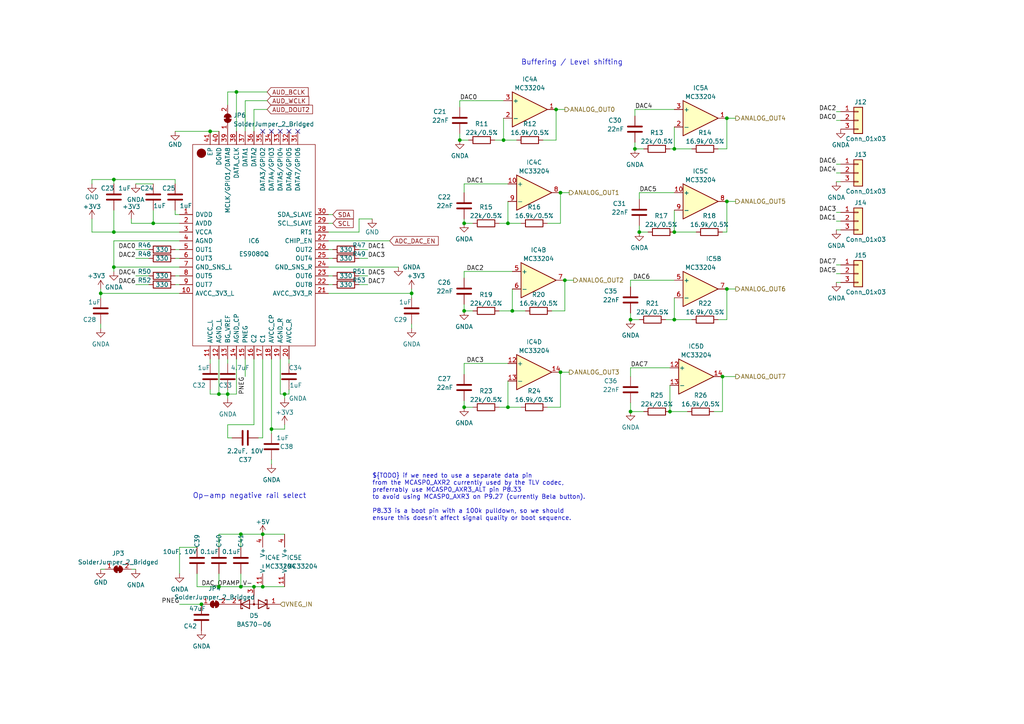
<source format=kicad_sch>
(kicad_sch (version 20211123) (generator eeschema)
  (paper "A4")
  (lib_symbols
    (symbol "Amplifier_Operational:TL074" (pin_names (offset 0.127))
      (property "Reference" "U" (at 0 5.08 0))
      (property "Value" "TL074" (at 0 -5.08 0))
      (symbol "TL074_1_1"
        (polyline (pts (xy -5.08 5.08) (xy 5.08 0) (xy -5.08 -5.08) (xy -5.08 5.08)) (stroke (width 0.254)) (fill (type background)))
        (pin output line (at 7.62 0 180) (length 2.54) (name "~") (number "1"))
        (pin input line (at -7.62 -2.54 0) (length 2.54) (name "-") (number "2"))
        (pin input line (at -7.62 2.54 0) (length 2.54) (name "+") (number "3"))
      )
      (symbol "TL074_2_1"
        (polyline (pts (xy -5.08 5.08) (xy 5.08 0) (xy -5.08 -5.08) (xy -5.08 5.08)) (stroke (width 0.254)) (fill (type background)))
        (pin input line (at -7.62 2.54 0) (length 2.54) (name "+") (number "5"))
        (pin input line (at -7.62 -2.54 0) (length 2.54) (name "-") (number "6"))
        (pin output line (at 7.62 0 180) (length 2.54) (name "~") (number "7"))
      )
      (symbol "TL074_3_1"
        (polyline (pts (xy -5.08 5.08) (xy 5.08 0) (xy -5.08 -5.08) (xy -5.08 5.08)) (stroke (width 0.254)) (fill (type background)))
        (pin input line (at -7.62 2.54 0) (length 2.54) (name "+") (number "10"))
        (pin output line (at 7.62 0 180) (length 2.54) (name "~") (number "8"))
        (pin input line (at -7.62 -2.54 0) (length 2.54) (name "-") (number "9"))
      )
      (symbol "TL074_4_1"
        (polyline (pts (xy -5.08 5.08) (xy 5.08 0) (xy -5.08 -5.08) (xy -5.08 5.08)) (stroke (width 0.254)) (fill (type background)))
        (pin input line (at -7.62 2.54 0) (length 2.54) (name "+") (number "12"))
        (pin input line (at -7.62 -2.54 0) (length 2.54) (name "-") (number "13"))
        (pin output line (at 7.62 0 180) (length 2.54) (name "~") (number "14"))
      )
      (symbol "TL074_5_1"
        (pin power_in line (at -2.54 -7.62 90) (length 3.81) (name "V-") (number "11"))
        (pin power_in line (at -2.54 7.62 270) (length 3.81) (name "V+") (number "4"))
      )
    )
    (symbol "Bela:ES9080Q" (pin_names (offset 0.762))
      (property "Reference" "IC1" (at 1.2441 3.4333 0))
      (property "Value" "ES9080Q" (at 1.2441 0.6582 0))
      (symbol "ES9080Q_0_0"
        (pin power_out line (at -21.59 10.16 0) (length 3.81) (name "DVDD") (number "1"))
        (pin power_in line (at -21.59 -12.7 0) (length 3.81) (name "AVCC_3V3_L") (number "10"))
        (pin power_out line (at -12.7 -31.75 90) (length 3.81) (name "AVCC_L") (number "11"))
        (pin passive line (at -10.16 -31.75 90) (length 3.81) (name "AGND_L") (number "12"))
        (pin output line (at -7.62 -31.75 90) (length 3.81) (name "BG_VREF") (number "13"))
        (pin passive line (at -5.08 -31.75 90) (length 3.81) (name "AGND_CP") (number "14"))
        (pin power_out line (at -2.54 -31.75 90) (length 3.81) (name "PNEG") (number "15"))
        (pin passive line (at 0 -31.75 90) (length 3.81) (name "C2") (number "16"))
        (pin passive line (at 2.54 -31.75 90) (length 3.81) (name "C1") (number "17"))
        (pin power_in line (at 5.08 -31.75 90) (length 3.81) (name "AVCC_CP") (number "18"))
        (pin power_out line (at 7.62 -31.75 90) (length 3.81) (name "AGND_R") (number "19"))
        (pin power_in line (at -21.59 7.62 0) (length 3.81) (name "AVDD") (number "2"))
        (pin power_out line (at 10.16 -31.75 90) (length 3.81) (name "AVCC_R") (number "20"))
        (pin power_in line (at 21.59 -12.7 180) (length 3.81) (name "AVCC_3V3_R") (number "21"))
        (pin output line (at 21.59 -10.16 180) (length 3.81) (name "OUT8") (number "22"))
        (pin output line (at 21.59 -7.62 180) (length 3.81) (name "OUT6") (number "23"))
        (pin input line (at 21.59 -5.08 180) (length 3.81) (name "GND_SNS_R") (number "24"))
        (pin output line (at 21.59 -2.54 180) (length 3.81) (name "OUT4") (number "25"))
        (pin output line (at 21.59 0 180) (length 3.81) (name "OUT2") (number "26"))
        (pin bidirectional line (at 21.59 2.54 180) (length 3.81) (name "CHIP_EN") (number "27"))
        (pin power_out line (at 21.59 5.08 180) (length 3.81) (name "RT1") (number "28"))
        (pin bidirectional line (at 21.59 7.62 180) (length 3.81) (name "SCL_SLAVE") (number "29"))
        (pin power_in line (at -21.59 5.08 0) (length 3.81) (name "VCCA") (number "3"))
        (pin bidirectional line (at 21.59 10.16 180) (length 3.81) (name "SDA_SLAVE") (number "30"))
        (pin bidirectional line (at 12.7 34.29 270) (length 3.81) (name "DATA7/GPIO6") (number "31"))
        (pin bidirectional line (at 10.16 34.29 270) (length 3.81) (name "DATA6/GPIO5") (number "32"))
        (pin bidirectional line (at 7.62 34.29 270) (length 3.81) (name "DATA5/GPIO4") (number "33"))
        (pin bidirectional line (at 5.08 34.29 270) (length 3.81) (name "DATA4/GPIO3") (number "34"))
        (pin bidirectional line (at 2.54 34.29 270) (length 3.81) (name "DATA3/GPIO2") (number "35"))
        (pin bidirectional line (at 0 34.29 270) (length 3.81) (name "DATA2") (number "36"))
        (pin bidirectional line (at -2.54 34.29 270) (length 3.81) (name "DATA1") (number "37"))
        (pin input line (at -5.08 34.29 270) (length 3.81) (name "DATA_CLK") (number "38"))
        (pin bidirectional line (at -7.62 34.29 270) (length 3.81) (name "MCLK/GPIO1/DATA8") (number "39"))
        (pin passive line (at -21.59 2.54 0) (length 3.81) (name "AGND") (number "4"))
        (pin passive line (at -10.16 34.29 270) (length 3.81) (name "DGND") (number "40"))
        (pin passive line (at -12.7 34.29 270) (length 3.81) (name "EP") (number "41"))
        (pin output line (at -21.59 0 0) (length 3.81) (name "OUT1") (number "5"))
        (pin output line (at -21.59 -2.54 0) (length 3.81) (name "OUT3") (number "6"))
        (pin input line (at -21.59 -5.08 0) (length 3.81) (name "GND_SNS_L") (number "7"))
        (pin output line (at -21.59 -7.62 0) (length 3.81) (name "OUT5") (number "8"))
        (pin output line (at -21.59 -10.16 0) (length 3.81) (name "OUT7") (number "9"))
      )
      (symbol "ES9080Q_0_1"
        (circle (center -15.24 27.94) (radius 1.27) (fill (type outline)))
        (polyline (pts (xy -17.78 30.48) (xy 17.78 30.48) (xy 17.78 -27.94) (xy -17.78 -27.94) (xy -17.78 30.48)) (stroke (width 0.1524)))
      )
    )
    (symbol "Connector_Generic:Conn_01x03" (pin_names (offset 1.016) hide)
      (property "Reference" "J" (at 0 5.08 0))
      (property "Value" "Conn_01x03" (at 0 -5.08 0))
      (symbol "Conn_01x03_1_1"
        (rectangle (start -1.27 -2.413) (end 0 -2.667) (stroke (width 0.1524)))
        (rectangle (start -1.27 0.127) (end 0 -0.127) (stroke (width 0.1524)))
        (rectangle (start -1.27 2.667) (end 0 2.413) (stroke (width 0.1524)))
        (rectangle (start -1.27 3.81) (end 1.27 -3.81) (stroke (width 0.254)) (fill (type background)))
        (pin passive line (at -5.08 2.54 0) (length 3.81) (name "Pin_1") (number "1"))
        (pin passive line (at -5.08 0 0) (length 3.81) (name "Pin_2") (number "2"))
        (pin passive line (at -5.08 -2.54 0) (length 3.81) (name "Pin_3") (number "3"))
      )
    )
    (symbol "Device:C" (pin_numbers hide) (pin_names (offset 0.254))
      (property "Reference" "C" (at 0.635 2.54 0))
      (property "Value" "C" (at 0.635 -2.54 0))
      (symbol "C_0_1"
        (polyline (pts (xy -2.032 -0.762) (xy 2.032 -0.762)) (stroke (width 0.508)))
        (polyline (pts (xy -2.032 0.762) (xy 2.032 0.762)) (stroke (width 0.508)))
      )
      (symbol "C_1_1"
        (pin passive line (at 0 3.81 270) (length 2.794) (name "~") (number "1"))
        (pin passive line (at 0 -3.81 90) (length 2.794) (name "~") (number "2"))
      )
    )
    (symbol "Device:D_Schottky_Dual_CommonAnode_KKA" (pin_names (offset 0.762) hide)
      (property "Reference" "D" (at 1.27 -2.54 0))
      (property "Value" "D_Schottky_Dual_CommonAnode_KKA" (at 0 2.54 0))
      (symbol "D_Schottky_Dual_CommonAnode_KKA_0_1"
        (polyline (pts (xy -3.556 0) (xy 3.81 0)))
        (polyline (pts (xy 0 0) (xy 0 -2.54)))
        (polyline (pts (xy -3.81 1.27) (xy -3.81 -1.27) (xy -3.81 -1.27)) (stroke (width 0.254)))
        (polyline (pts (xy 3.81 1.27) (xy 3.81 -1.27) (xy 3.81 -1.27)) (stroke (width 0.254)))
        (polyline (pts (xy -3.81 1.27) (xy -4.318 1.27) (xy -4.318 1.016) (xy -4.318 1.016)) (stroke (width 0.254)))
        (polyline (pts (xy 3.81 -1.27) (xy 4.318 -1.27) (xy 4.318 -1.016) (xy 4.318 -1.016)) (stroke (width 0.254)))
        (polyline (pts (xy 3.81 1.27) (xy 3.302 1.27) (xy 3.302 1.016) (xy 3.302 1.016)) (stroke (width 0.254)))
        (polyline (pts (xy -3.302 -1.016) (xy -3.302 -1.27) (xy -3.81 -1.27) (xy -3.81 -1.27) (xy -3.81 -1.27)) (stroke (width 0.254)))
        (polyline (pts (xy -1.27 -1.27) (xy -3.81 0) (xy -1.27 1.27) (xy -1.27 -1.27) (xy -1.27 -1.27) (xy -1.27 -1.27)) (stroke (width 0.254)))
        (polyline (pts (xy 1.27 1.27) (xy 3.81 0) (xy 1.27 -1.27) (xy 1.27 1.27) (xy 1.27 1.27) (xy 1.27 1.27)) (stroke (width 0.254)))
        (circle (center 0 0) (radius 0.254) (fill (type outline)))
        (pin passive line (at -7.62 0 0) (length 3.81) (name "K") (number "1"))
        (pin passive line (at 7.62 0 180) (length 3.81) (name "K") (number "2"))
        (pin passive line (at 0 -5.08 90) (length 2.54) (name "A") (number "3"))
      )
    )
    (symbol "Device:R" (pin_numbers hide) (pin_names (offset 0))
      (property "Reference" "R" (at 2.032 0 90))
      (property "Value" "R" (at 0 0 90))
      (symbol "R_0_1"
        (rectangle (start -1.016 -2.54) (end 1.016 2.54) (stroke (width 0.254)))
      )
      (symbol "R_1_1"
        (pin passive line (at 0 3.81 270) (length 1.27) (name "~") (number "1"))
        (pin passive line (at 0 -3.81 90) (length 1.27) (name "~") (number "2"))
      )
    )
    (symbol "Jumper:SolderJumper_2_Bridged" (pin_names (offset 0) hide)
      (property "Reference" "JP" (at 0 2.032 0))
      (property "Value" "SolderJumper_2_Bridged" (at 0 -2.54 0))
      (symbol "SolderJumper_2_Bridged_0_1"
        (rectangle (start -0.508 0.508) (end 0.508 -0.508) (fill (type outline)))
        (arc (start -0.254 1.016) (mid -1.27 0) (end -0.254 -1.016))
        (arc (start -0.254 1.016) (mid -1.27 0) (end -0.254 -1.016) (fill (type outline)))
        (polyline (pts (xy -0.254 1.016) (xy -0.254 -1.016)))
        (polyline (pts (xy 0.254 1.016) (xy 0.254 -1.016)))
        (arc (start 0.254 -1.016) (mid 1.27 0) (end 0.254 1.016))
        (arc (start 0.254 -1.016) (mid 1.27 0) (end 0.254 1.016) (fill (type outline)))
      )
      (symbol "SolderJumper_2_Bridged_1_1"
        (pin passive line (at -3.81 0 0) (length 2.54) (name "A") (number "1"))
        (pin passive line (at 3.81 0 180) (length 2.54) (name "B") (number "2"))
      )
    )
    (symbol "power:+3V3" (power) (pin_names (offset 0))
      (property "Value" "+3V3" (at 0 3.556 0))
      (symbol "+3V3_0_1"
        (polyline (pts (xy -0.762 1.27) (xy 0 2.54)))
        (polyline (pts (xy 0 0) (xy 0 2.54)))
        (polyline (pts (xy 0 2.54) (xy 0.762 1.27)))
      )
      (symbol "+3V3_1_1"
        (pin power_in line (at 0 0 90) (length 0) hide (name "+3V3") (number "1"))
      )
    )
    (symbol "power:+5V" (power) (pin_names (offset 0))
      (property "Value" "+5V" (at 0 3.556 0))
      (symbol "+5V_0_1"
        (polyline (pts (xy -0.762 1.27) (xy 0 2.54)))
        (polyline (pts (xy 0 0) (xy 0 2.54)))
        (polyline (pts (xy 0 2.54) (xy 0.762 1.27)))
      )
      (symbol "+5V_1_1"
        (pin power_in line (at 0 0 90) (length 0) hide (name "+5V") (number "1"))
      )
    )
    (symbol "power:GND" (power) (pin_names (offset 0))
      (property "Value" "GND" (at 0 -3.81 0))
      (symbol "GND_0_1"
        (polyline (pts (xy 0 0) (xy 0 -1.27) (xy 1.27 -1.27) (xy 0 -2.54) (xy -1.27 -1.27) (xy 0 -1.27)))
      )
      (symbol "GND_1_1"
        (pin power_in line (at 0 0 270) (length 0) hide (name "GND") (number "1"))
      )
    )
    (symbol "power:GNDA" (power) (pin_names (offset 0))
      (property "Value" "GNDA" (at 0 -3.81 0))
      (symbol "GNDA_0_1"
        (polyline (pts (xy 0 0) (xy 0 -1.27) (xy 1.27 -1.27) (xy 0 -2.54) (xy -1.27 -1.27) (xy 0 -1.27)))
      )
      (symbol "GNDA_1_1"
        (pin power_in line (at 0 0 270) (length 0) hide (name "GNDA") (number "1"))
      )
    )
  )
  (junction (at 194.31 119.38))
  (junction (at 66.04 114.3))
  (junction (at 162.56 55.88))
  (junction (at 195.58 67.31))
  (junction (at 134.62 64.77))
  (junction (at 134.62 90.17))
  (junction (at 63.5 114.3))
  (junction (at 69.85 170.18))
  (junction (at 33.02 67.31))
  (junction (at 146.05 40.64))
  (junction (at 161.29 31.75))
  (junction (at 82.55 114.3))
  (junction (at 195.58 92.71))
  (junction (at 147.32 64.77))
  (junction (at 182.88 92.71))
  (junction (at 63.5 170.18))
  (junction (at 184.15 43.18))
  (junction (at 68.58 26.67))
  (junction (at 195.58 43.18))
  (junction (at 58.42 175.26))
  (junction (at 33.02 52.07))
  (junction (at 44.45 64.77))
  (junction (at 76.2 170.18))
  (junction (at 29.21 85.09))
  (junction (at 69.85 154.94))
  (junction (at 210.82 83.82))
  (junction (at 209.55 109.22))
  (junction (at 210.82 34.29))
  (junction (at 148.59 90.17))
  (junction (at 76.2 154.94))
  (junction (at 60.96 38.1))
  (junction (at 182.88 119.38))
  (junction (at 134.62 118.11))
  (junction (at 185.42 67.31))
  (junction (at 78.74 124.46))
  (junction (at 162.56 107.95))
  (junction (at 163.83 81.28))
  (junction (at 73.66 170.18))
  (junction (at 147.32 118.11))
  (junction (at 119.38 85.09))
  (junction (at 33.02 77.47))
  (junction (at 133.35 40.64))
  (junction (at 210.82 58.42))
  (no_connect (at 78.74 38.1))
  (no_connect (at 86.36 38.1))
  (no_connect (at 81.28 38.1))
  (no_connect (at 83.82 38.1))
  (no_connect (at 76.2 38.1))
  (wire (pts (xy 66.04 26.67) (xy 66.04 30.48)))
  (wire (pts (xy 242.57 79.375) (xy 243.84 79.375)))
  (wire (pts (xy 83.82 114.3) (xy 83.82 113.03)))
  (wire (pts (xy 95.25 72.39) (xy 96.52 72.39)))
  (wire (pts (xy 208.28 43.18) (xy 210.82 43.18)))
  (wire (pts (xy 69.85 154.94) (xy 69.85 158.75)))
  (wire (pts (xy 69.85 154.94) (xy 63.5 154.94)))
  (wire (pts (xy 78.74 124.46) (xy 78.74 125.73)))
  (wire (pts (xy 195.58 60.96) (xy 195.58 67.31)))
  (wire (pts (xy 134.62 53.34) (xy 134.62 55.88)))
  (wire (pts (xy 33.02 60.96) (xy 33.02 67.31)))
  (wire (pts (xy 82.55 114.3) (xy 83.82 114.3)))
  (wire (pts (xy 39.37 53.34) (xy 44.45 53.34)))
  (wire (pts (xy 104.14 67.31) (xy 104.14 63.5)))
  (wire (pts (xy 134.62 78.74) (xy 148.59 78.74)))
  (wire (pts (xy 133.35 38.735) (xy 133.35 40.64)))
  (wire (pts (xy 134.62 63.5) (xy 134.62 64.77)))
  (wire (pts (xy 77.47 26.67) (xy 68.58 26.67)))
  (wire (pts (xy 242.57 32.385) (xy 243.84 32.385)))
  (wire (pts (xy 63.5 104.14) (xy 63.5 114.3)))
  (wire (pts (xy 73.66 104.14) (xy 73.66 123.19)))
  (wire (pts (xy 57.15 170.18) (xy 57.15 166.37)))
  (wire (pts (xy 63.5 154.94) (xy 63.5 158.75)))
  (wire (pts (xy 63.5 170.18) (xy 57.15 170.18)))
  (wire (pts (xy 50.8 38.1) (xy 60.96 38.1)))
  (wire (pts (xy 119.38 93.98) (xy 119.38 95.25)))
  (wire (pts (xy 242.57 61.595) (xy 243.84 61.595)))
  (wire (pts (xy 148.59 83.82) (xy 148.59 90.17)))
  (wire (pts (xy 242.57 64.135) (xy 243.84 64.135)))
  (wire (pts (xy 69.85 170.18) (xy 69.85 166.37)))
  (wire (pts (xy 158.75 118.11) (xy 162.56 118.11)))
  (wire (pts (xy 134.62 116.205) (xy 134.62 118.11)))
  (wire (pts (xy 242.57 76.835) (xy 243.84 76.835)))
  (wire (pts (xy 119.38 83.82) (xy 119.38 85.09)))
  (wire (pts (xy 185.42 55.88) (xy 185.42 57.785)))
  (wire (pts (xy 81.28 114.3) (xy 82.55 114.3)))
  (wire (pts (xy 242.57 34.925) (xy 243.84 34.925)))
  (wire (pts (xy 73.66 123.19) (xy 66.04 123.19)))
  (wire (pts (xy 68.58 26.67) (xy 68.58 38.1)))
  (wire (pts (xy 95.25 85.09) (xy 119.38 85.09)))
  (wire (pts (xy 33.02 67.31) (xy 52.07 67.31)))
  (wire (pts (xy 209.55 109.22) (xy 213.36 109.22)))
  (wire (pts (xy 134.62 90.17) (xy 137.16 90.17)))
  (wire (pts (xy 38.1 64.77) (xy 44.45 64.77)))
  (wire (pts (xy 185.42 67.31) (xy 187.96 67.31)))
  (wire (pts (xy 208.28 92.71) (xy 210.82 92.71)))
  (wire (pts (xy 29.21 83.82) (xy 29.21 85.09)))
  (wire (pts (xy 63.5 170.18) (xy 63.5 166.37)))
  (wire (pts (xy 26.67 67.31) (xy 33.02 67.31)))
  (wire (pts (xy 71.12 104.14) (xy 71.12 109.22)))
  (wire (pts (xy 69.85 170.18) (xy 63.5 170.18)))
  (wire (pts (xy 184.15 43.18) (xy 186.69 43.18)))
  (wire (pts (xy 52.07 175.26) (xy 58.42 175.26)))
  (wire (pts (xy 78.74 134.62) (xy 78.74 133.35)))
  (wire (pts (xy 50.8 82.55) (xy 52.07 82.55)))
  (wire (pts (xy 66.04 114.3) (xy 66.04 113.03)))
  (wire (pts (xy 76.2 154.94) (xy 82.55 154.94)))
  (wire (pts (xy 83.82 105.41) (xy 83.82 104.14)))
  (wire (pts (xy 26.67 53.34) (xy 26.67 52.07)))
  (wire (pts (xy 146.05 34.29) (xy 146.05 40.64)))
  (wire (pts (xy 66.04 105.41) (xy 66.04 104.14)))
  (wire (pts (xy 134.62 118.11) (xy 137.16 118.11)))
  (wire (pts (xy 76.2 170.18) (xy 82.55 170.18)))
  (wire (pts (xy 104.14 63.5) (xy 107.95 63.5)))
  (wire (pts (xy 182.88 116.84) (xy 182.88 119.38)))
  (wire (pts (xy 134.62 78.74) (xy 134.62 80.645)))
  (wire (pts (xy 194.31 43.18) (xy 195.58 43.18)))
  (wire (pts (xy 39.37 74.93) (xy 43.18 74.93)))
  (wire (pts (xy 95.25 82.55) (xy 96.52 82.55)))
  (wire (pts (xy 77.47 31.75) (xy 73.66 31.75)))
  (wire (pts (xy 81.28 104.14) (xy 81.28 114.3)))
  (wire (pts (xy 210.82 58.42) (xy 213.36 58.42)))
  (wire (pts (xy 134.62 105.41) (xy 147.32 105.41)))
  (wire (pts (xy 63.5 114.3) (xy 60.96 114.3)))
  (wire (pts (xy 134.62 64.77) (xy 137.16 64.77)))
  (wire (pts (xy 162.56 107.95) (xy 165.1 107.95)))
  (wire (pts (xy 66.04 114.3) (xy 68.58 114.3)))
  (wire (pts (xy 77.47 29.21) (xy 71.12 29.21)))
  (wire (pts (xy 194.31 111.76) (xy 194.31 119.38)))
  (wire (pts (xy 147.32 118.11) (xy 151.13 118.11)))
  (wire (pts (xy 60.96 38.1) (xy 63.5 38.1)))
  (wire (pts (xy 33.02 52.07) (xy 50.8 52.07)))
  (wire (pts (xy 50.8 72.39) (xy 52.07 72.39)))
  (wire (pts (xy 185.42 65.405) (xy 185.42 67.31)))
  (wire (pts (xy 68.58 104.14) (xy 68.58 114.3)))
  (wire (pts (xy 29.21 93.98) (xy 29.21 95.25)))
  (wire (pts (xy 163.83 90.17) (xy 163.83 81.28)))
  (wire (pts (xy 133.35 29.21) (xy 146.05 29.21)))
  (wire (pts (xy 242.57 81.915) (xy 243.84 81.915)))
  (wire (pts (xy 162.56 118.11) (xy 162.56 107.95)))
  (wire (pts (xy 195.58 67.31) (xy 201.93 67.31)))
  (wire (pts (xy 157.48 40.64) (xy 161.29 40.64)))
  (wire (pts (xy 95.25 69.85) (xy 113.03 69.85)))
  (wire (pts (xy 73.66 31.75) (xy 73.66 38.1)))
  (wire (pts (xy 144.78 90.17) (xy 148.59 90.17)))
  (wire (pts (xy 210.82 67.31) (xy 210.82 58.42)))
  (wire (pts (xy 76.2 104.14) (xy 76.2 127)))
  (wire (pts (xy 194.31 119.38) (xy 199.39 119.38)))
  (wire (pts (xy 146.05 40.64) (xy 149.86 40.64)))
  (wire (pts (xy 50.8 62.23) (xy 52.07 62.23)))
  (wire (pts (xy 182.88 106.68) (xy 194.31 106.68)))
  (wire (pts (xy 143.51 40.64) (xy 146.05 40.64)))
  (wire (pts (xy 148.59 90.17) (xy 152.4 90.17)))
  (wire (pts (xy 39.37 80.01) (xy 43.18 80.01)))
  (wire (pts (xy 38.1 63.5) (xy 38.1 64.77)))
  (wire (pts (xy 29.21 86.36) (xy 29.21 85.09)))
  (wire (pts (xy 195.58 86.36) (xy 195.58 92.71)))
  (wire (pts (xy 182.88 81.28) (xy 182.88 83.185)))
  (wire (pts (xy 66.04 123.19) (xy 66.04 127)))
  (wire (pts (xy 78.74 124.46) (xy 82.55 124.46)))
  (wire (pts (xy 242.57 47.625) (xy 243.84 47.625)))
  (wire (pts (xy 161.29 31.75) (xy 163.83 31.75)))
  (wire (pts (xy 95.25 77.47) (xy 115.57 77.47)))
  (wire (pts (xy 134.62 53.34) (xy 147.32 53.34)))
  (wire (pts (xy 133.35 40.64) (xy 135.89 40.64)))
  (wire (pts (xy 82.55 115.57) (xy 82.55 114.3)))
  (wire (pts (xy 184.15 41.275) (xy 184.15 43.18)))
  (wire (pts (xy 182.88 92.71) (xy 185.42 92.71)))
  (wire (pts (xy 185.42 55.88) (xy 195.58 55.88)))
  (wire (pts (xy 50.8 60.96) (xy 50.8 62.23)))
  (wire (pts (xy 184.15 31.75) (xy 184.15 33.655)))
  (wire (pts (xy 144.78 118.11) (xy 147.32 118.11)))
  (wire (pts (xy 57.15 158.75) (xy 52.07 158.75)))
  (wire (pts (xy 50.8 80.01) (xy 52.07 80.01)))
  (wire (pts (xy 210.82 43.18) (xy 210.82 34.29)))
  (wire (pts (xy 71.12 29.21) (xy 71.12 38.1)))
  (wire (pts (xy 210.82 92.71) (xy 210.82 83.82)))
  (wire (pts (xy 82.55 123.19) (xy 82.55 124.46)))
  (wire (pts (xy 95.25 67.31) (xy 104.14 67.31)))
  (wire (pts (xy 133.35 29.21) (xy 133.35 31.115)))
  (wire (pts (xy 147.32 64.77) (xy 151.13 64.77)))
  (wire (pts (xy 33.02 77.47) (xy 33.02 78.74)))
  (wire (pts (xy 242.57 52.705) (xy 243.84 52.705)))
  (wire (pts (xy 162.56 64.77) (xy 162.56 55.88)))
  (wire (pts (xy 161.29 40.64) (xy 161.29 31.75)))
  (wire (pts (xy 195.58 36.83) (xy 195.58 43.18)))
  (wire (pts (xy 95.25 62.23) (xy 96.52 62.23)))
  (wire (pts (xy 182.88 119.38) (xy 186.69 119.38)))
  (wire (pts (xy 242.57 50.165) (xy 243.84 50.165)))
  (wire (pts (xy 163.83 81.28) (xy 166.37 81.28)))
  (wire (pts (xy 144.78 64.77) (xy 147.32 64.77)))
  (wire (pts (xy 52.07 158.75) (xy 52.07 166.37)))
  (wire (pts (xy 207.01 119.38) (xy 209.55 119.38)))
  (wire (pts (xy 44.45 64.77) (xy 52.07 64.77)))
  (wire (pts (xy 158.75 64.77) (xy 162.56 64.77)))
  (wire (pts (xy 209.55 119.38) (xy 209.55 109.22)))
  (wire (pts (xy 95.25 74.93) (xy 96.52 74.93)))
  (wire (pts (xy 195.58 43.18) (xy 200.66 43.18)))
  (wire (pts (xy 33.02 52.07) (xy 33.02 53.34)))
  (wire (pts (xy 33.02 69.85) (xy 52.07 69.85)))
  (wire (pts (xy 182.88 81.28) (xy 195.58 81.28)))
  (wire (pts (xy 78.74 104.14) (xy 78.74 124.46)))
  (wire (pts (xy 104.14 72.39) (xy 106.68 72.39)))
  (wire (pts (xy 210.82 34.29) (xy 213.36 34.29)))
  (wire (pts (xy 33.02 69.85) (xy 33.02 77.47)))
  (wire (pts (xy 182.88 106.68) (xy 182.88 109.22)))
  (wire (pts (xy 134.62 88.265) (xy 134.62 90.17)))
  (wire (pts (xy 104.14 82.55) (xy 106.68 82.55)))
  (wire (pts (xy 119.38 86.36) (xy 119.38 85.09)))
  (wire (pts (xy 26.67 63.5) (xy 26.67 67.31)))
  (wire (pts (xy 147.32 110.49) (xy 147.32 118.11)))
  (wire (pts (xy 193.04 92.71) (xy 195.58 92.71)))
  (wire (pts (xy 73.66 170.18) (xy 69.85 170.18)))
  (wire (pts (xy 29.21 165.1) (xy 30.48 165.1)))
  (wire (pts (xy 104.14 80.01) (xy 106.68 80.01)))
  (wire (pts (xy 95.25 64.77) (xy 96.52 64.77)))
  (wire (pts (xy 66.04 115.57) (xy 66.04 114.3)))
  (wire (pts (xy 66.04 127) (xy 67.31 127)))
  (wire (pts (xy 60.96 114.3) (xy 60.96 113.03)))
  (wire (pts (xy 134.62 105.41) (xy 134.62 108.585)))
  (wire (pts (xy 33.02 77.47) (xy 52.07 77.47)))
  (wire (pts (xy 182.88 90.805) (xy 182.88 92.71)))
  (wire (pts (xy 184.15 31.75) (xy 195.58 31.75)))
  (wire (pts (xy 50.8 74.93) (xy 52.07 74.93)))
  (wire (pts (xy 209.55 67.31) (xy 210.82 67.31)))
  (wire (pts (xy 29.21 85.09) (xy 52.07 85.09)))
  (wire (pts (xy 68.58 26.67) (xy 66.04 26.67)))
  (wire (pts (xy 26.67 52.07) (xy 33.02 52.07)))
  (wire (pts (xy 76.2 127) (xy 74.93 127)))
  (wire (pts (xy 39.37 72.39) (xy 43.18 72.39)))
  (wire (pts (xy 50.8 52.07) (xy 50.8 53.34)))
  (wire (pts (xy 76.2 170.18) (xy 73.66 170.18)))
  (wire (pts (xy 63.5 114.3) (xy 66.04 114.3)))
  (wire (pts (xy 104.14 74.93) (xy 106.68 74.93)))
  (wire (pts (xy 95.25 80.01) (xy 96.52 80.01)))
  (wire (pts (xy 210.82 83.82) (xy 213.36 83.82)))
  (wire (pts (xy 76.2 154.94) (xy 69.85 154.94)))
  (wire (pts (xy 242.57 66.675) (xy 243.84 66.675)))
  (wire (pts (xy 60.96 105.41) (xy 60.96 104.14)))
  (wire (pts (xy 195.58 92.71) (xy 200.66 92.71)))
  (wire (pts (xy 162.56 55.88) (xy 165.1 55.88)))
  (wire (pts (xy 44.45 60.96) (xy 44.45 64.77)))
  (wire (pts (xy 39.37 82.55) (xy 43.18 82.55)))
  (wire (pts (xy 160.02 90.17) (xy 163.83 90.17)))
  (wire (pts (xy 39.37 165.1) (xy 38.1 165.1)))
  (wire (pts (xy 147.32 58.42) (xy 147.32 64.77)))
  (text "Buffering / Level shifting" (at 151.13 19.05 0) (effects (font (size 1.5 1.5)) (justify left bottom)))
  (text "${TODO} if we need to use a separate data pin\nfrom the MCASP0_AXR2 currently used by the TLV codec, \npreferrably use MCASP0_AXR3_ALT pin P8.33\nto avoid using MCASP0_AXR3 on P9.27 (currently Bela button).\n\nP8.33 is a boot pin with a 100k pulldown, so we should\nensure this doesn't affect signal quality or boot sequence." (at 107.95 151.13 0) (effects (font (size 1.27 1.27)) (justify left bottom)))
  (text "Op-amp negative rail select" (at 55.88 144.78 0) (effects (font (size 1.5 1.5)) (justify left bottom)))
  (label "DAC4" (at 39.37 80.01 180))
  (label "DAC2" (at 242.57 32.385 180))
  (label "DAC1" (at 242.57 64.135 180))
  (label "DAC_OPAMP_V-" (at 58.42 170.18 0))
  (label "DAC0" (at 39.37 72.39 180))
  (label "DAC5" (at 190.5 55.88 180))
  (label "DAC3" (at 106.68 74.93 0))
  (label "DAC0" (at 138.43 29.21 180))
  (label "DAC3" (at 140.335 105.41 180))
  (label "DAC7" (at 187.96 106.68 180))
  (label "DAC6" (at 188.595 81.28 180))
  (label "DAC6" (at 242.57 47.625 180))
  (label "DAC7" (at 242.57 76.835 180))
  (label "DAC2" (at 140.335 78.74 180))
  (label "DAC2" (at 39.37 74.93 180))
  (label "DAC4" (at 189.23 31.75 180))
  (label "DAC1" (at 106.68 72.39 0))
  (label "PNEG" (at 52.07 175.26 180))
  (label "DAC7" (at 106.68 82.55 0))
  (label "DAC5" (at 242.57 79.375 180))
  (label "PNEG" (at 71.12 109.22 270))
  (label "DAC0" (at 242.57 34.925 180))
  (label "DAC4" (at 242.57 50.165 180))
  (label "DAC6" (at 39.37 82.55 180))
  (label "DAC3" (at 242.57 61.595 180))
  (label "DAC1" (at 140.335 53.34 180))
  (label "DAC5" (at 106.68 80.01 0))
  (global_label "AUD_BCLK" (shape input) (at 77.47 26.67 0) (property "Intersheet References" "${INTERSHEET_REFS}" (effects hide)))
  (global_label "ADC_DAC_EN" (shape input) (at 113.03 69.85 0) (property "Intersheet References" "${INTERSHEET_REFS}" (effects hide)))
  (global_label "SCL" (shape input) (at 96.52 64.77 0) (property "Intersheet References" "${INTERSHEET_REFS}" (effects hide)))
  (global_label "AUD_DOUT2" (shape input) (at 77.47 31.75 0) (property "Intersheet References" "${INTERSHEET_REFS}" (effects hide)))
  (global_label "AUD_WCLK" (shape input) (at 77.47 29.21 0) (property "Intersheet References" "${INTERSHEET_REFS}" (effects hide)))
  (global_label "SDA" (shape input) (at 96.52 62.23 0) (property "Intersheet References" "${INTERSHEET_REFS}" (effects hide)))
  (hierarchical_label "ANALOG_OUT2" (shape output) (at 166.37 81.28 0))
  (hierarchical_label "ANALOG_OUT4" (shape output) (at 213.36 34.29 0))
  (hierarchical_label "ANALOG_OUT0" (shape output) (at 163.83 31.75 0))
  (hierarchical_label "ANALOG_OUT7" (shape output) (at 213.36 109.22 0))
  (hierarchical_label "ANALOG_OUT3" (shape output) (at 165.1 107.95 0))
  (hierarchical_label "ANALOG_OUT5" (shape output) (at 213.36 58.42 0))
  (hierarchical_label "ANALOG_OUT1" (shape output) (at 165.1 55.88 0))
  (hierarchical_label "ANALOG_OUT6" (shape output) (at 213.36 83.82 0))
  (hierarchical_label "VNEG_IN" (shape input) (at 81.28 175.26 0))
  (symbol (lib_id "Connector_Generic:Conn_01x03") (at 248.92 79.375 0) (unit 1)
    (property "Reference" "J15" (at 247.777 74.041 0) (effects (justify left)))
    (property "Value" "Conn_01x03" (at 245.237 84.709 0) (effects (justify left)))
    (property "Footprint" "Connector_PinHeader_2.54mm:PinHeader_1x03_P2.54mm_Vertical" (effects hide))
  )
  (symbol (lib_id "power:GNDA") (at 39.37 165.1 0) (unit 1)
    (property "Reference" "#PWR060" (effects hide))
    (property "Value" "GNDA" (at 39.37 169.6625 0))
  )
  (symbol (lib_id "power:GNDA") (at 185.42 67.31 0) (unit 1)
    (property "Reference" "#PWR042" (effects hide))
    (property "Value" "GNDA" (at 185.42 71.8725 0))
  )
  (symbol (lib_id "power:+3V3") (at 119.38 83.82 0) (unit 1)
    (property "Reference" "#PWR047" (effects hide))
    (property "Value" "+3V3" (at 120.65 80.01 0))
  )
  (symbol (lib_id "power:GNDA") (at 134.62 90.17 0) (unit 1)
    (property "Reference" "#PWR048" (effects hide))
    (property "Value" "GNDA" (at 134.62 94.7325 0))
  )
  (symbol (lib_id "Device:C") (at 134.62 84.455 180) (unit 1)
    (property "Reference" "C26" (at 130.81 81.915 0) (effects (justify left)))
    (property "Value" "22nF" (at 131.445 84.455 0) (effects (justify left)))
    (property "Footprint" "Capacitor_SMD:C_0603_1608Metric" (effects hide))
    (property "manf#" "CL10A105KP8NNND" (effects hide))
  )
  (symbol (lib_id "power:GNDA") (at 119.38 95.25 0) (unit 1)
    (property "Reference" "#PWR051" (effects hide))
    (property "Value" "GNDA" (at 119.38 99.8125 0))
  )
  (symbol (lib_id "power:GNDA") (at 78.74 134.62 0) (unit 1)
    (property "Reference" "#PWR057" (effects hide))
    (property "Value" "GNDA" (at 78.74 139.1825 0))
  )
  (symbol (lib_id "Device:C") (at 119.38 90.17 180) (unit 1)
    (property "Reference" "C29" (at 118.11 92.71 0) (effects (justify left)))
    (property "Value" "1uF" (at 119.38 87.63 0) (effects (justify left)))
    (property "Footprint" "Capacitor_SMD:C_0603_1608Metric" (effects hide))
    (property "manf#" "CL10A105KP8NNND" (effects hide))
  )
  (symbol (lib_id "Amplifier_Operational:TL074") (at 203.2 34.29 0) (unit 1)
    (property "Reference" "IC5" (at 203.2 25.5102 0))
    (property "Value" "MC33204" (at 203.2 28.0471 0))
    (property "Footprint" "Package_SO:TSSOP-14_4.4x5mm_P0.65mm" (effects hide))
    (property "Datasheet" "http://www.ti.com/lit/ds/symlink/tl071.pdf" (effects hide))
  )
  (symbol (lib_id "power:GNDA") (at 39.37 53.34 0) (unit 1)
    (property "Reference" "#PWR037" (effects hide))
    (property "Value" "GNDA" (at 39.37 57.9025 0))
  )
  (symbol (lib_id "power:GNDA") (at 66.04 115.57 0) (unit 1)
    (property "Reference" "#PWR052" (effects hide))
    (property "Value" "GNDA" (at 66.04 120.1325 0))
  )
  (symbol (lib_id "Amplifier_Operational:TL074") (at 154.94 107.95 0) (unit 4)
    (property "Reference" "IC4" (at 154.94 99.1702 0))
    (property "Value" "MC33204" (at 154.94 101.7071 0))
    (property "Footprint" "Package_SO:TSSOP-14_4.4x5mm_P0.65mm" (effects hide))
    (property "Datasheet" "http://www.ti.com/lit/ds/symlink/tl071.pdf" (effects hide))
  )
  (symbol (lib_id "power:GNDA") (at 242.57 66.675 0) (unit 1)
    (property "Reference" "#PWR041" (effects hide))
    (property "Value" "GNDA" (at 242.57 71.2375 0))
  )
  (symbol (lib_id "Device:C") (at 134.62 112.395 180) (unit 1)
    (property "Reference" "C27" (at 130.81 109.855 0) (effects (justify left)))
    (property "Value" "22nF" (at 131.445 112.395 0) (effects (justify left)))
    (property "Footprint" "Capacitor_SMD:C_0603_1608Metric" (effects hide))
    (property "manf#" "CL10A105KP8NNND" (effects hide))
  )
  (symbol (lib_id "Device:C") (at 29.21 90.17 180) (unit 1)
    (property "Reference" "C28" (at 27.94 92.71 0) (effects (justify left)))
    (property "Value" "1uF" (at 29.21 87.63 0) (effects (justify left)))
    (property "Footprint" "Capacitor_SMD:C_0603_1608Metric" (effects hide))
    (property "manf#" "CL10A105KP8NNND" (effects hide))
  )
  (symbol (lib_id "power:GNDA") (at 133.35 40.64 0) (unit 1)
    (property "Reference" "#PWR033" (effects hide))
    (property "Value" "GNDA" (at 133.35 45.2025 0))
  )
  (symbol (lib_id "Device:R") (at 140.97 90.17 90) (unit 1)
    (property "Reference" "R19" (at 140.97 85.4542 90))
    (property "Value" "22k/0.5%" (at 140.97 87.9911 90))
    (property "Footprint" "Resistor_SMD:R_0603_1608Metric" (effects hide))
  )
  (symbol (lib_id "Device:C") (at 182.88 113.03 180) (unit 1)
    (property "Reference" "C36" (at 179.07 110.49 0) (effects (justify left)))
    (property "Value" "22nF" (at 179.705 113.03 0) (effects (justify left)))
    (property "Footprint" "Capacitor_SMD:C_0603_1608Metric" (effects hide))
    (property "manf#" "CL10A105KP8NNND" (effects hide))
  )
  (symbol (lib_id "power:GND") (at 107.95 63.5 0) (mirror y) (unit 1)
    (property "Reference" "#PWR043" (effects hide))
    (property "Value" "GND" (at 107.95 67.31 0))
  )
  (symbol (lib_id "power:+3V3") (at 82.55 123.19 0) (unit 1)
    (property "Reference" "#PWR056" (effects hide))
    (property "Value" "+3V3" (at 82.55 119.6142 0))
  )
  (symbol (lib_id "power:GNDA") (at 134.62 118.11 0) (unit 1)
    (property "Reference" "#PWR054" (effects hide))
    (property "Value" "GNDA" (at 134.62 122.6725 0))
  )
  (symbol (lib_id "Connector_Generic:Conn_01x03") (at 248.92 64.135 0) (unit 1)
    (property "Reference" "J14" (at 247.777 58.801 0) (effects (justify left)))
    (property "Value" "Conn_01x03" (at 245.237 69.469 0) (effects (justify left)))
    (property "Footprint" "Connector_PinHeader_2.54mm:PinHeader_1x03_P2.54mm_Vertical" (effects hide))
  )
  (symbol (lib_id "Amplifier_Operational:TL074") (at 153.67 31.75 0) (unit 1)
    (property "Reference" "IC4" (at 153.67 22.9702 0))
    (property "Value" "MC33204" (at 153.67 25.5071 0))
    (property "Footprint" "Package_SO:TSSOP-14_4.4x5mm_P0.65mm" (effects hide))
    (property "Datasheet" "http://www.ti.com/lit/ds/symlink/tl071.pdf" (effects hide))
  )
  (symbol (lib_id "Device:R") (at 203.2 119.38 90) (unit 1)
    (property "Reference" "R26" (at 203.2 114.6642 90))
    (property "Value" "16.9k/0.5%" (at 203.2 117.2011 90))
    (property "Footprint" "Resistor_SMD:R_0603_1608Metric" (effects hide))
  )
  (symbol (lib_id "Device:R") (at 100.33 82.55 90) (unit 1)
    (property "Reference" "R53" (at 104.14 81.28 90))
    (property "Value" "330" (at 100.33 82.55 90))
    (property "Footprint" "Resistor_SMD:R_0603_1608Metric" (effects hide))
  )
  (symbol (lib_id "Amplifier_Operational:TL074") (at 203.2 58.42 0) (unit 3)
    (property "Reference" "IC5" (at 203.2 49.6402 0))
    (property "Value" "MC33204" (at 203.2 52.1771 0))
    (property "Footprint" "Package_SO:TSSOP-14_4.4x5mm_P0.65mm" (effects hide))
    (property "Datasheet" "http://www.ti.com/lit/ds/symlink/tl071.pdf" (effects hide))
  )
  (symbol (lib_id "Device:R") (at 139.7 40.64 90) (unit 1)
    (property "Reference" "R11" (at 139.7 35.9242 90))
    (property "Value" "22k/0.5%" (at 139.7 38.4611 90))
    (property "Footprint" "Resistor_SMD:R_0603_1608Metric" (effects hide))
  )
  (symbol (lib_id "Device:C") (at 184.15 37.465 180) (unit 1)
    (property "Reference" "C30" (at 180.34 34.925 0) (effects (justify left)))
    (property "Value" "22nF" (at 180.975 37.465 0) (effects (justify left)))
    (property "Footprint" "Capacitor_SMD:C_0603_1608Metric" (effects hide))
    (property "manf#" "CL10A105KP8NNND" (effects hide))
  )
  (symbol (lib_id "power:GNDA") (at 182.88 92.71 0) (unit 1)
    (property "Reference" "#PWR049" (effects hide))
    (property "Value" "GNDA" (at 182.88 97.2725 0))
  )
  (symbol (lib_id "Device:R") (at 154.94 118.11 90) (unit 1)
    (property "Reference" "R24" (at 154.94 113.3942 90))
    (property "Value" "16.9k/0.5%" (at 154.94 115.9311 90))
    (property "Footprint" "Resistor_SMD:R_0603_1608Metric" (effects hide))
  )
  (symbol (lib_id "Device:R") (at 204.47 43.18 90) (unit 1)
    (property "Reference" "R14" (at 204.47 38.4642 90))
    (property "Value" "16.9k/0.5%" (at 204.47 41.0011 90))
    (property "Footprint" "Resistor_SMD:R_0603_1608Metric" (effects hide))
  )
  (symbol (lib_id "Device:R") (at 204.47 92.71 90) (unit 1)
    (property "Reference" "R22" (at 204.47 87.9942 90))
    (property "Value" "16.9k/0.5%" (at 204.47 90.5311 90))
    (property "Footprint" "Resistor_SMD:R_0603_1608Metric" (effects hide))
  )
  (symbol (lib_id "power:GND") (at 50.8 38.1 0) (mirror y) (unit 1)
    (property "Reference" "#PWR032" (effects hide))
    (property "Value" "GND" (at 50.8 41.91 0))
  )
  (symbol (lib_id "power:GNDA") (at 134.62 64.77 0) (unit 1)
    (property "Reference" "#PWR040" (effects hide))
    (property "Value" "GNDA" (at 134.62 69.3325 0))
  )
  (symbol (lib_id "Jumper:SolderJumper_2_Bridged") (at 34.29 165.1 0) (unit 1)
    (property "Reference" "JP3" (at 34.29 160.5112 0))
    (property "Value" "SolderJumper_2_Bridged" (at 34.29 163.0481 0))
    (property "Footprint" "Jumper:SolderJumper-2_P1.3mm_Bridged_Pad1.0x1.5mm" (effects hide))
  )
  (symbol (lib_id "Device:R") (at 46.99 82.55 90) (unit 1)
    (property "Reference" "R52" (at 41.91 81.28 90))
    (property "Value" "330" (at 46.99 82.55 90))
    (property "Footprint" "Resistor_SMD:R_0603_1608Metric" (effects hide))
  )
  (symbol (lib_id "Device:C") (at 83.82 109.22 180) (unit 1)
    (property "Reference" "C34" (at 87.63 106.68 0) (effects (justify left)))
    (property "Value" "1uF" (at 87.63 111.76 0) (effects (justify left)))
    (property "Footprint" "Capacitor_SMD:C_0603_1608Metric" (effects hide))
    (property "manf#" "CL10A105KP8NNND" (effects hide))
  )
  (symbol (lib_id "Amplifier_Operational:TL074") (at 78.74 162.56 0) (unit 5)
    (property "Reference" "IC4" (at 76.835 161.7253 0) (effects (justify left)))
    (property "Value" "MC33204" (at 76.835 164.2622 0) (effects (justify left)))
    (property "Footprint" "Package_SO:TSSOP-14_4.4x5mm_P0.65mm" (effects hide))
    (property "Datasheet" "http://www.ti.com/lit/ds/symlink/tl071.pdf" (effects hide))
  )
  (symbol (lib_id "Device:C") (at 133.35 34.925 180) (unit 1)
    (property "Reference" "C21" (at 129.54 32.385 0) (effects (justify left)))
    (property "Value" "22nF" (at 130.175 34.925 0) (effects (justify left)))
    (property "Footprint" "Capacitor_SMD:C_0603_1608Metric" (effects hide))
    (property "manf#" "CL10A105KP8NNND" (effects hide))
  )
  (symbol (lib_id "Device:C") (at 33.02 57.15 0) (unit 1)
    (property "Reference" "C23" (at 29.21 54.61 0) (effects (justify left)))
    (property "Value" "1uF" (at 34.29 54.61 0) (effects (justify left)))
    (property "Footprint" "Capacitor_SMD:C_0603_1608Metric" (effects hide))
    (property "manf#" "CL10A105KP8NNND" (effects hide))
  )
  (symbol (lib_id "Jumper:SolderJumper_2_Bridged") (at 66.04 34.29 90) (unit 1)
    (property "Reference" "JP6" (at 67.691 33.4553 90) (effects (justify right)))
    (property "Value" "SolderJumper_2_Bridged" (at 67.691 35.9922 90) (effects (justify right)))
    (property "Footprint" "Jumper:SolderJumper-2_P1.3mm_Bridged_Pad1.0x1.5mm" (effects hide))
  )
  (symbol (lib_id "power:GNDA") (at 182.88 119.38 0) (unit 1)
    (property "Reference" "#PWR055" (effects hide))
    (property "Value" "GNDA" (at 182.88 123.9425 0))
  )
  (symbol (lib_id "Device:C") (at 78.74 129.54 180) (unit 1)
    (property "Reference" "C38" (at 85.09 129.54 0) (effects (justify left)))
    (property "Value" "1uF" (at 83.82 127 0) (effects (justify left)))
    (property "Footprint" "Capacitor_SMD:C_0603_1608Metric" (effects hide))
    (property "manf#" "CL10A105KP8NNND" (effects hide))
  )
  (symbol (lib_id "Device:R") (at 205.74 67.31 90) (unit 1)
    (property "Reference" "R18" (at 205.74 62.5942 90))
    (property "Value" "16.9k/0.5%" (at 205.74 65.1311 90))
    (property "Footprint" "Resistor_SMD:R_0603_1608Metric" (effects hide))
  )
  (symbol (lib_id "Device:R") (at 191.77 67.31 90) (unit 1)
    (property "Reference" "R17" (at 191.77 62.5942 90))
    (property "Value" "22k/0.5%" (at 191.77 65.1311 90))
    (property "Footprint" "Resistor_SMD:R_0603_1608Metric" (effects hide))
  )
  (symbol (lib_id "Device:C") (at 58.42 179.07 180) (unit 1)
    (property "Reference" "C42" (at 57.15 181.61 0) (effects (justify left)))
    (property "Value" "47uF" (at 59.69 176.53 0) (effects (justify left)))
    (property "Footprint" "Capacitor_SMD:C_0603_1608Metric" (effects hide))
    (property "manf#" "CM105X5R476M04AT " (effects hide))
  )
  (symbol (lib_id "power:+3V3") (at 26.67 63.5 0) (unit 1)
    (property "Reference" "#PWR038" (effects hide))
    (property "Value" "+3V3" (at 26.67 59.9242 0))
  )
  (symbol (lib_id "power:GNDA") (at 58.42 182.88 0) (unit 1)
    (property "Reference" "#PWR062" (effects hide))
    (property "Value" "GNDA" (at 58.42 187.4425 0))
  )
  (symbol (lib_id "Device:C") (at 182.88 86.995 180) (unit 1)
    (property "Reference" "C35" (at 179.07 84.455 0) (effects (justify left)))
    (property "Value" "22nF" (at 179.705 86.995 0) (effects (justify left)))
    (property "Footprint" "Capacitor_SMD:C_0603_1608Metric" (effects hide))
    (property "manf#" "CL10A105KP8NNND" (effects hide))
  )
  (symbol (lib_id "Device:R") (at 190.5 119.38 90) (unit 1)
    (property "Reference" "R25" (at 190.5 114.6642 90))
    (property "Value" "22k/0.5%" (at 190.5 117.2011 90))
    (property "Footprint" "Resistor_SMD:R_0603_1608Metric" (effects hide))
  )
  (symbol (lib_id "Bela:ES9080Q") (at 73.66 72.39 0) (unit 1)
    (property "Reference" "IC6" (at 73.66 69.85 0))
    (property "Value" "ES9080Q" (at 73.66 73.66 0))
    (property "Footprint" "Bela:QFN40P500X500X80-41N-D" (effects hide))
    (property "Datasheet" "https://www.mouser.de/datasheet/2/1082/ES9080_DS_v0_4_1-2933575.pdf" (effects hide))
    (property "Description" "Audio D/A Converter ICs Sabre 32 8 Channel DAC with PLL and line drivers" (effects hide))
    (property "Height" "0.8" (effects hide))
    (property "Manufacturer_Name" "ESS Technology" (effects hide))
    (property "Manufacturer_Part_Number" "ES9080Q" (effects hide))
    (property "manf#" "ES9080Q" (effects hide))
  )
  (symbol (lib_id "Amplifier_Operational:TL074") (at 85.09 162.56 0) (unit 5)
    (property "Reference" "IC5" (at 83.185 161.7253 0) (effects (justify left)))
    (property "Value" "MC33204" (at 83.185 164.2622 0) (effects (justify left)))
    (property "Footprint" "Package_SO:TSSOP-14_4.4x5mm_P0.65mm" (effects hide))
    (property "Datasheet" "http://www.ti.com/lit/ds/symlink/tl071.pdf" (effects hide))
  )
  (symbol (lib_id "power:GNDA") (at 33.02 78.74 0) (unit 1)
    (property "Reference" "#PWR044" (effects hide))
    (property "Value" "GNDA" (at 33.02 83.3025 0))
  )
  (symbol (lib_id "Device:C") (at 69.85 162.56 180) (unit 1)
    (property "Reference" "C41" (at 69.85 154.94 90) (effects (justify left)))
    (property "Value" "0.1uF" (at 69.85 160.02 0) (effects (justify left)))
    (property "Footprint" "Capacitor_SMD:C_0603_1608Metric" (effects hide))
    (property "manf#" "CL10A105KP8NNND" (effects hide))
  )
  (symbol (lib_id "Device:R") (at 100.33 80.01 90) (unit 1)
    (property "Reference" "R51" (at 104.14 78.74 90))
    (property "Value" "330" (at 100.33 80.01 90))
    (property "Footprint" "Resistor_SMD:R_0603_1608Metric" (effects hide))
  )
  (symbol (lib_id "Device:R") (at 156.21 90.17 90) (unit 1)
    (property "Reference" "R20" (at 156.21 85.4542 90))
    (property "Value" "16.9k/0.5%" (at 156.21 87.9911 90))
    (property "Footprint" "Resistor_SMD:R_0603_1608Metric" (effects hide))
  )
  (symbol (lib_id "power:+3V3") (at 38.1 63.5 0) (unit 1)
    (property "Reference" "#PWR039" (effects hide))
    (property "Value" "+3V3" (at 38.1 59.9242 0))
  )
  (symbol (lib_id "Device:R") (at 100.33 72.39 90) (unit 1)
    (property "Reference" "R47" (at 104.14 71.12 90))
    (property "Value" "330" (at 100.33 72.39 90))
    (property "Footprint" "Resistor_SMD:R_0603_1608Metric" (effects hide))
  )
  (symbol (lib_id "Device:R") (at 153.67 40.64 90) (unit 1)
    (property "Reference" "R12" (at 153.67 35.9242 90))
    (property "Value" "16.9k/0.5%" (at 153.67 38.4611 90))
    (property "Footprint" "Resistor_SMD:R_0603_1608Metric" (effects hide))
  )
  (symbol (lib_id "power:GNDA") (at 52.07 166.37 0) (unit 1)
    (property "Reference" "#PWR061" (effects hide))
    (property "Value" "GNDA" (at 52.07 170.9325 0))
  )
  (symbol (lib_id "power:GNDA") (at 184.15 43.18 0) (unit 1)
    (property "Reference" "#PWR034" (effects hide))
    (property "Value" "GNDA" (at 184.15 47.7425 0))
  )
  (symbol (lib_id "Device:C") (at 63.5 162.56 180) (unit 1)
    (property "Reference" "C40" (at 63.5 154.94 90) (effects (justify left)))
    (property "Value" "0.1uF" (at 63.5 160.02 0) (effects (justify left)))
    (property "Footprint" "Capacitor_SMD:C_0603_1608Metric" (effects hide))
    (property "manf#" "CL10A105KP8NNND" (effects hide))
  )
  (symbol (lib_id "power:GNDA") (at 29.21 95.25 0) (unit 1)
    (property "Reference" "#PWR050" (effects hide))
    (property "Value" "GNDA" (at 29.21 99.8125 0))
  )
  (symbol (lib_id "Device:C") (at 185.42 61.595 180) (unit 1)
    (property "Reference" "C31" (at 181.61 59.055 0) (effects (justify left)))
    (property "Value" "22nF" (at 182.245 61.595 0) (effects (justify left)))
    (property "Footprint" "Capacitor_SMD:C_0603_1608Metric" (effects hide))
    (property "manf#" "CL10A105KP8NNND" (effects hide))
  )
  (symbol (lib_id "Jumper:SolderJumper_2_Bridged") (at 62.23 175.26 0) (unit 1)
    (property "Reference" "JP4" (at 62.23 170.6712 0))
    (property "Value" "SolderJumper_2_Bridged" (at 62.23 173.2081 0))
    (property "Footprint" "Jumper:SolderJumper-2_P1.3mm_Bridged_Pad1.0x1.5mm" (effects hide))
  )
  (symbol (lib_id "Amplifier_Operational:TL074") (at 201.93 109.22 0) (unit 4)
    (property "Reference" "IC5" (at 201.93 100.4402 0))
    (property "Value" "MC33204" (at 201.93 102.9771 0))
    (property "Footprint" "Package_SO:TSSOP-14_4.4x5mm_P0.65mm" (effects hide))
    (property "Datasheet" "http://www.ti.com/lit/ds/symlink/tl071.pdf" (effects hide))
  )
  (symbol (lib_id "Device:D_Schottky_Dual_CommonAnode_KKA") (at 73.66 175.26 180) (unit 1)
    (property "Reference" "D5" (at 73.66 178.5604 0))
    (property "Value" "BAS70-06" (at 73.66 181.0973 0))
    (property "Footprint" "Package_TO_SOT_SMD:SOT-23" (effects hide))
  )
  (symbol (lib_id "Device:R") (at 189.23 92.71 90) (unit 1)
    (property "Reference" "R21" (at 189.23 87.9942 90))
    (property "Value" "22k/0.5%" (at 189.23 90.5311 90))
    (property "Footprint" "Resistor_SMD:R_0603_1608Metric" (effects hide))
  )
  (symbol (lib_id "Device:C") (at 71.12 127 90) (unit 1)
    (property "Reference" "C37" (at 71.12 133.35 90))
    (property "Value" "2.2uF, 10V" (at 71.12 130.81 90))
    (property "Footprint" "Capacitor_SMD:C_0603_1608Metric" (effects hide))
    (property "manf#" "CL10A225KP8NNNC" (effects hide))
  )
  (symbol (lib_id "Device:R") (at 100.33 74.93 90) (unit 1)
    (property "Reference" "R49" (at 104.14 73.66 90))
    (property "Value" "330" (at 100.33 74.93 90))
    (property "Footprint" "Resistor_SMD:R_0603_1608Metric" (effects hide))
  )
  (symbol (lib_id "Device:R") (at 46.99 80.01 90) (unit 1)
    (property "Reference" "R50" (at 41.91 78.74 90))
    (property "Value" "330" (at 46.99 80.01 90))
    (property "Footprint" "Resistor_SMD:R_0603_1608Metric" (effects hide))
  )
  (symbol (lib_id "power:+5V") (at 76.2 154.94 0) (unit 1)
    (property "Reference" "#PWR058" (effects hide))
    (property "Value" "+5V" (at 76.2 151.3642 0))
  )
  (symbol (lib_id "Device:R") (at 46.99 74.93 90) (unit 1)
    (property "Reference" "R48" (at 41.91 73.66 90))
    (property "Value" "330" (at 46.99 74.93 90))
    (property "Footprint" "Resistor_SMD:R_0603_1608Metric" (effects hide))
  )
  (symbol (lib_id "power:GNDA") (at 243.84 37.465 0) (unit 1)
    (property "Reference" "#PWR031" (effects hide))
    (property "Value" "GNDA" (at 243.84 42.0275 0))
  )
  (symbol (lib_id "power:GNDA") (at 242.57 52.705 0) (unit 1)
    (property "Reference" "#PWR035" (effects hide))
    (property "Value" "GNDA" (at 242.57 57.2675 0))
  )
  (symbol (lib_id "Device:C") (at 134.62 59.69 180) (unit 1)
    (property "Reference" "C22" (at 130.81 57.15 0) (effects (justify left)))
    (property "Value" "22nF" (at 131.445 59.69 0) (effects (justify left)))
    (property "Footprint" "Capacitor_SMD:C_0603_1608Metric" (effects hide))
    (property "manf#" "CL10A105KP8NNND" (effects hide))
  )
  (symbol (lib_id "Device:R") (at 140.97 64.77 90) (unit 1)
    (property "Reference" "R15" (at 140.97 60.0542 90))
    (property "Value" "22k/0.5%" (at 140.97 62.5911 90))
    (property "Footprint" "Resistor_SMD:R_0603_1608Metric" (effects hide))
  )
  (symbol (lib_id "Device:R") (at 140.97 118.11 90) (unit 1)
    (property "Reference" "R23" (at 140.97 113.3942 90))
    (property "Value" "22k/0.5%" (at 140.97 115.9311 90))
    (property "Footprint" "Resistor_SMD:R_0603_1608Metric" (effects hide))
  )
  (symbol (lib_id "power:GNDA") (at 82.55 115.57 0) (unit 1)
    (property "Reference" "#PWR053" (effects hide))
    (property "Value" "GNDA" (at 86.36 115.57 0))
  )
  (symbol (lib_id "power:GND") (at 29.21 165.1 0) (mirror y) (unit 1)
    (property "Reference" "#PWR059" (effects hide))
    (property "Value" "GND" (at 29.21 168.91 0))
  )
  (symbol (lib_id "Amplifier_Operational:TL074") (at 156.21 81.28 0) (unit 2)
    (property "Reference" "IC4" (at 156.21 72.5002 0))
    (property "Value" "MC33204" (at 156.21 75.0371 0))
    (property "Footprint" "Package_SO:TSSOP-14_4.4x5mm_P0.65mm" (effects hide))
    (property "Datasheet" "http://www.ti.com/lit/ds/symlink/tl071.pdf" (effects hide))
  )
  (symbol (lib_id "Amplifier_Operational:TL074") (at 203.2 83.82 0) (unit 2)
    (property "Reference" "IC5" (at 207.01 75.0402 0))
    (property "Value" "MC33204" (at 203.2 77.5771 0))
    (property "Footprint" "Package_SO:TSSOP-14_4.4x5mm_P0.65mm" (effects hide))
    (property "Datasheet" "http://www.ti.com/lit/ds/symlink/tl071.pdf" (effects hide))
  )
  (symbol (lib_id "Connector_Generic:Conn_01x03") (at 248.92 50.165 0) (unit 1)
    (property "Reference" "J13" (at 247.777 44.831 0) (effects (justify left)))
    (property "Value" "Conn_01x03" (at 245.237 55.499 0) (effects (justify left)))
    (property "Footprint" "Connector_PinHeader_2.54mm:PinHeader_1x03_P2.54mm_Vertical" (effects hide))
  )
  (symbol (lib_id "Device:R") (at 190.5 43.18 90) (unit 1)
    (property "Reference" "R13" (at 190.5 38.4642 90))
    (property "Value" "22k/0.5%" (at 190.5 41.0011 90))
    (property "Footprint" "Resistor_SMD:R_0603_1608Metric" (effects hide))
  )
  (symbol (lib_id "power:GNDA") (at 242.57 81.915 0) (unit 1)
    (property "Reference" "#PWR045" (effects hide))
    (property "Value" "GNDA" (at 242.57 86.4775 0))
  )
  (symbol (lib_id "Device:C") (at 50.8 57.15 0) (unit 1)
    (property "Reference" "C25" (at 46.99 54.61 0) (effects (justify left)))
    (property "Value" "1uF" (at 52.07 59.69 0) (effects (justify left)))
    (property "Footprint" "Capacitor_SMD:C_0603_1608Metric" (effects hide))
    (property "manf#" "CL10A105KP8NNND" (effects hide))
  )
  (symbol (lib_id "power:GND") (at 26.67 53.34 0) (mirror y) (unit 1)
    (property "Reference" "#PWR036" (effects hide))
    (property "Value" "GND" (at 26.67 57.15 0))
  )
  (symbol (lib_id "Device:R") (at 46.99 72.39 90) (unit 1)
    (property "Reference" "R46" (at 41.91 71.12 90))
    (property "Value" "330" (at 46.99 72.39 90))
    (property "Footprint" "Resistor_SMD:R_0603_1608Metric" (effects hide))
  )
  (symbol (lib_id "Device:C") (at 66.04 109.22 180) (unit 1)
    (property "Reference" "C33" (at 67.31 111.76 0) (effects (justify left)))
    (property "Value" "4.7uF" (at 72.39 106.68 0) (effects (justify left)))
    (property "Footprint" "Capacitor_SMD:C_0603_1608Metric" (effects hide))
    (property "manf#" "CL10A475KQ8NNNL" (effects hide))
  )
  (symbol (lib_id "Device:C") (at 44.45 57.15 0) (unit 1)
    (property "Reference" "C24" (at 40.64 54.61 0) (effects (justify left)))
    (property "Value" "1uF" (at 44.45 59.69 0) (effects (justify left)))
    (property "Footprint" "Capacitor_SMD:C_0603_1608Metric" (effects hide))
    (property "manf#" "CL10A105KP8NNND" (effects hide))
  )
  (symbol (lib_id "Device:C") (at 60.96 109.22 180) (unit 1)
    (property "Reference" "C32" (at 59.69 111.76 0) (effects (justify left)))
    (property "Value" "1uF" (at 60.96 106.68 0) (effects (justify left)))
    (property "Footprint" "Capacitor_SMD:C_0603_1608Metric" (effects hide))
    (property "manf#" "CL10A105KP8NNND" (effects hide))
  )
  (symbol (lib_id "Connector_Generic:Conn_01x03") (at 248.92 34.925 0) (unit 1)
    (property "Reference" "J12" (at 247.777 29.591 0) (effects (justify left)))
    (property "Value" "Conn_01x03" (at 245.237 40.259 0) (effects (justify left)))
    (property "Footprint" "Connector_PinHeader_2.54mm:PinHeader_1x03_P2.54mm_Vertical" (effects hide))
  )
  (symbol (lib_id "Device:R") (at 154.94 64.77 90) (unit 1)
    (property "Reference" "R16" (at 154.94 60.0542 90))
    (property "Value" "16.9k/0.5%" (at 154.94 62.5911 90))
    (property "Footprint" "Resistor_SMD:R_0603_1608Metric" (effects hide))
  )
  (symbol (lib_id "Amplifier_Operational:TL074") (at 154.94 55.88 0) (unit 3)
    (property "Reference" "IC4" (at 154.94 47.1002 0))
    (property "Value" "MC33204" (at 154.94 49.6371 0))
    (property "Footprint" "Package_SO:TSSOP-14_4.4x5mm_P0.65mm" (effects hide))
    (property "Datasheet" "http://www.ti.com/lit/ds/symlink/tl071.pdf" (effects hide))
  )
  (symbol (lib_id "Device:C") (at 57.15 162.56 180) (unit 1)
    (property "Reference" "C39" (at 57.15 154.94 90) (effects (justify left)))
    (property "Value" "10uF, 10V" (at 57.15 160.02 0) (effects (justify left)))
    (property "Footprint" "Capacitor_SMD:C_0603_1608Metric" (effects hide))
    (property "manf#" "CL10A105KP8NNND" (effects hide))
  )
  (symbol (lib_id "power:GNDA") (at 115.57 77.47 0) (unit 1)
    (property "Reference" "#PWR0101" (effects hide))
    (property "Value" "GNDA" (at 119.38 77.47 0))
  )
  (symbol (lib_id "power:+3V3") (at 29.21 83.82 0) (unit 1)
    (property "Reference" "#PWR046" (effects hide))
    (property "Value" "+3V3" (at 27.94 80.01 0))
  )
)
</source>
